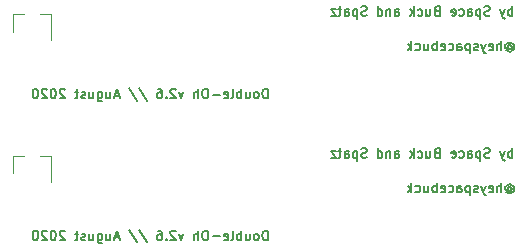
<source format=gbr>
G04 #@! TF.GenerationSoftware,KiCad,Pcbnew,(5.1.6)-1*
G04 #@! TF.CreationDate,2020-08-27T15:26:10+02:00*
G04 #@! TF.ProjectId,panelized,70616e65-6c69-47a6-9564-2e6b69636164,rev?*
G04 #@! TF.SameCoordinates,Original*
G04 #@! TF.FileFunction,Legend,Bot*
G04 #@! TF.FilePolarity,Positive*
%FSLAX46Y46*%
G04 Gerber Fmt 4.6, Leading zero omitted, Abs format (unit mm)*
G04 Created by KiCad (PCBNEW (5.1.6)-1) date 2020-08-27 15:26:10*
%MOMM*%
%LPD*%
G01*
G04 APERTURE LIST*
%ADD10C,0.150000*%
%ADD11C,0.120000*%
G04 APERTURE END LIST*
D10*
X123277857Y-120361904D02*
X123277857Y-119561904D01*
X123087380Y-119561904D01*
X122973095Y-119600000D01*
X122896904Y-119676190D01*
X122858809Y-119752380D01*
X122820714Y-119904761D01*
X122820714Y-120019047D01*
X122858809Y-120171428D01*
X122896904Y-120247619D01*
X122973095Y-120323809D01*
X123087380Y-120361904D01*
X123277857Y-120361904D01*
X122363571Y-120361904D02*
X122439761Y-120323809D01*
X122477857Y-120285714D01*
X122515952Y-120209523D01*
X122515952Y-119980952D01*
X122477857Y-119904761D01*
X122439761Y-119866666D01*
X122363571Y-119828571D01*
X122249285Y-119828571D01*
X122173095Y-119866666D01*
X122135000Y-119904761D01*
X122096904Y-119980952D01*
X122096904Y-120209523D01*
X122135000Y-120285714D01*
X122173095Y-120323809D01*
X122249285Y-120361904D01*
X122363571Y-120361904D01*
X121411190Y-119828571D02*
X121411190Y-120361904D01*
X121754047Y-119828571D02*
X121754047Y-120247619D01*
X121715952Y-120323809D01*
X121639761Y-120361904D01*
X121525476Y-120361904D01*
X121449285Y-120323809D01*
X121411190Y-120285714D01*
X121030238Y-120361904D02*
X121030238Y-119561904D01*
X121030238Y-119866666D02*
X120954047Y-119828571D01*
X120801666Y-119828571D01*
X120725476Y-119866666D01*
X120687380Y-119904761D01*
X120649285Y-119980952D01*
X120649285Y-120209523D01*
X120687380Y-120285714D01*
X120725476Y-120323809D01*
X120801666Y-120361904D01*
X120954047Y-120361904D01*
X121030238Y-120323809D01*
X120192142Y-120361904D02*
X120268333Y-120323809D01*
X120306428Y-120247619D01*
X120306428Y-119561904D01*
X119582619Y-120323809D02*
X119658809Y-120361904D01*
X119811190Y-120361904D01*
X119887380Y-120323809D01*
X119925476Y-120247619D01*
X119925476Y-119942857D01*
X119887380Y-119866666D01*
X119811190Y-119828571D01*
X119658809Y-119828571D01*
X119582619Y-119866666D01*
X119544523Y-119942857D01*
X119544523Y-120019047D01*
X119925476Y-120095238D01*
X119201666Y-120057142D02*
X118592142Y-120057142D01*
X118058809Y-119561904D02*
X117906428Y-119561904D01*
X117830238Y-119600000D01*
X117754047Y-119676190D01*
X117715952Y-119828571D01*
X117715952Y-120095238D01*
X117754047Y-120247619D01*
X117830238Y-120323809D01*
X117906428Y-120361904D01*
X118058809Y-120361904D01*
X118135000Y-120323809D01*
X118211190Y-120247619D01*
X118249285Y-120095238D01*
X118249285Y-119828571D01*
X118211190Y-119676190D01*
X118135000Y-119600000D01*
X118058809Y-119561904D01*
X117373095Y-120361904D02*
X117373095Y-119561904D01*
X117030238Y-120361904D02*
X117030238Y-119942857D01*
X117068333Y-119866666D01*
X117144523Y-119828571D01*
X117258809Y-119828571D01*
X117335000Y-119866666D01*
X117373095Y-119904761D01*
X116115952Y-119828571D02*
X115925476Y-120361904D01*
X115735000Y-119828571D01*
X115468333Y-119638095D02*
X115430238Y-119600000D01*
X115354047Y-119561904D01*
X115163571Y-119561904D01*
X115087380Y-119600000D01*
X115049285Y-119638095D01*
X115011190Y-119714285D01*
X115011190Y-119790476D01*
X115049285Y-119904761D01*
X115506428Y-120361904D01*
X115011190Y-120361904D01*
X114668333Y-120285714D02*
X114630238Y-120323809D01*
X114668333Y-120361904D01*
X114706428Y-120323809D01*
X114668333Y-120285714D01*
X114668333Y-120361904D01*
X113944523Y-119561904D02*
X114096904Y-119561904D01*
X114173095Y-119600000D01*
X114211190Y-119638095D01*
X114287380Y-119752380D01*
X114325476Y-119904761D01*
X114325476Y-120209523D01*
X114287380Y-120285714D01*
X114249285Y-120323809D01*
X114173095Y-120361904D01*
X114020714Y-120361904D01*
X113944523Y-120323809D01*
X113906428Y-120285714D01*
X113868333Y-120209523D01*
X113868333Y-120019047D01*
X113906428Y-119942857D01*
X113944523Y-119904761D01*
X114020714Y-119866666D01*
X114173095Y-119866666D01*
X114249285Y-119904761D01*
X114287380Y-119942857D01*
X114325476Y-120019047D01*
X112344523Y-119523809D02*
X113030238Y-120552380D01*
X111506428Y-119523809D02*
X112192142Y-120552380D01*
X110668333Y-120133333D02*
X110287380Y-120133333D01*
X110744523Y-120361904D02*
X110477857Y-119561904D01*
X110211190Y-120361904D01*
X109601666Y-119828571D02*
X109601666Y-120361904D01*
X109944523Y-119828571D02*
X109944523Y-120247619D01*
X109906428Y-120323809D01*
X109830238Y-120361904D01*
X109715952Y-120361904D01*
X109639761Y-120323809D01*
X109601666Y-120285714D01*
X108877857Y-119828571D02*
X108877857Y-120476190D01*
X108915952Y-120552380D01*
X108954047Y-120590476D01*
X109030238Y-120628571D01*
X109144523Y-120628571D01*
X109220714Y-120590476D01*
X108877857Y-120323809D02*
X108954047Y-120361904D01*
X109106428Y-120361904D01*
X109182619Y-120323809D01*
X109220714Y-120285714D01*
X109258809Y-120209523D01*
X109258809Y-119980952D01*
X109220714Y-119904761D01*
X109182619Y-119866666D01*
X109106428Y-119828571D01*
X108954047Y-119828571D01*
X108877857Y-119866666D01*
X108154047Y-119828571D02*
X108154047Y-120361904D01*
X108496904Y-119828571D02*
X108496904Y-120247619D01*
X108458809Y-120323809D01*
X108382619Y-120361904D01*
X108268333Y-120361904D01*
X108192142Y-120323809D01*
X108154047Y-120285714D01*
X107811190Y-120323809D02*
X107735000Y-120361904D01*
X107582619Y-120361904D01*
X107506428Y-120323809D01*
X107468333Y-120247619D01*
X107468333Y-120209523D01*
X107506428Y-120133333D01*
X107582619Y-120095238D01*
X107696904Y-120095238D01*
X107773095Y-120057142D01*
X107811190Y-119980952D01*
X107811190Y-119942857D01*
X107773095Y-119866666D01*
X107696904Y-119828571D01*
X107582619Y-119828571D01*
X107506428Y-119866666D01*
X107239761Y-119828571D02*
X106935000Y-119828571D01*
X107125476Y-119561904D02*
X107125476Y-120247619D01*
X107087380Y-120323809D01*
X107011190Y-120361904D01*
X106935000Y-120361904D01*
X106096904Y-119638095D02*
X106058809Y-119600000D01*
X105982619Y-119561904D01*
X105792142Y-119561904D01*
X105715952Y-119600000D01*
X105677857Y-119638095D01*
X105639761Y-119714285D01*
X105639761Y-119790476D01*
X105677857Y-119904761D01*
X106135000Y-120361904D01*
X105639761Y-120361904D01*
X105144523Y-119561904D02*
X105068333Y-119561904D01*
X104992142Y-119600000D01*
X104954047Y-119638095D01*
X104915952Y-119714285D01*
X104877857Y-119866666D01*
X104877857Y-120057142D01*
X104915952Y-120209523D01*
X104954047Y-120285714D01*
X104992142Y-120323809D01*
X105068333Y-120361904D01*
X105144523Y-120361904D01*
X105220714Y-120323809D01*
X105258809Y-120285714D01*
X105296904Y-120209523D01*
X105335000Y-120057142D01*
X105335000Y-119866666D01*
X105296904Y-119714285D01*
X105258809Y-119638095D01*
X105220714Y-119600000D01*
X105144523Y-119561904D01*
X104573095Y-119638095D02*
X104535000Y-119600000D01*
X104458809Y-119561904D01*
X104268333Y-119561904D01*
X104192142Y-119600000D01*
X104154047Y-119638095D01*
X104115952Y-119714285D01*
X104115952Y-119790476D01*
X104154047Y-119904761D01*
X104611190Y-120361904D01*
X104115952Y-120361904D01*
X103620714Y-119561904D02*
X103544523Y-119561904D01*
X103468333Y-119600000D01*
X103430238Y-119638095D01*
X103392142Y-119714285D01*
X103354047Y-119866666D01*
X103354047Y-120057142D01*
X103392142Y-120209523D01*
X103430238Y-120285714D01*
X103468333Y-120323809D01*
X103544523Y-120361904D01*
X103620714Y-120361904D01*
X103696904Y-120323809D01*
X103735000Y-120285714D01*
X103773095Y-120209523D01*
X103811190Y-120057142D01*
X103811190Y-119866666D01*
X103773095Y-119714285D01*
X103735000Y-119638095D01*
X103696904Y-119600000D01*
X103620714Y-119561904D01*
X143585904Y-115917952D02*
X143624000Y-115879857D01*
X143700190Y-115841761D01*
X143776380Y-115841761D01*
X143852571Y-115879857D01*
X143890666Y-115917952D01*
X143928761Y-115994142D01*
X143928761Y-116070333D01*
X143890666Y-116146523D01*
X143852571Y-116184619D01*
X143776380Y-116222714D01*
X143700190Y-116222714D01*
X143624000Y-116184619D01*
X143585904Y-116146523D01*
X143585904Y-115841761D02*
X143585904Y-116146523D01*
X143547809Y-116184619D01*
X143509714Y-116184619D01*
X143433523Y-116146523D01*
X143395428Y-116070333D01*
X143395428Y-115879857D01*
X143471619Y-115765571D01*
X143585904Y-115689380D01*
X143738285Y-115651285D01*
X143890666Y-115689380D01*
X144004952Y-115765571D01*
X144081142Y-115879857D01*
X144119238Y-116032238D01*
X144081142Y-116184619D01*
X144004952Y-116298904D01*
X143890666Y-116375095D01*
X143738285Y-116413190D01*
X143585904Y-116375095D01*
X143471619Y-116298904D01*
X143052571Y-116298904D02*
X143052571Y-115498904D01*
X142709714Y-116298904D02*
X142709714Y-115879857D01*
X142747809Y-115803666D01*
X142824000Y-115765571D01*
X142938285Y-115765571D01*
X143014476Y-115803666D01*
X143052571Y-115841761D01*
X142024000Y-116260809D02*
X142100190Y-116298904D01*
X142252571Y-116298904D01*
X142328761Y-116260809D01*
X142366857Y-116184619D01*
X142366857Y-115879857D01*
X142328761Y-115803666D01*
X142252571Y-115765571D01*
X142100190Y-115765571D01*
X142024000Y-115803666D01*
X141985904Y-115879857D01*
X141985904Y-115956047D01*
X142366857Y-116032238D01*
X141719238Y-115765571D02*
X141528761Y-116298904D01*
X141338285Y-115765571D02*
X141528761Y-116298904D01*
X141604952Y-116489380D01*
X141643047Y-116527476D01*
X141719238Y-116565571D01*
X141071619Y-116260809D02*
X140995428Y-116298904D01*
X140843047Y-116298904D01*
X140766857Y-116260809D01*
X140728761Y-116184619D01*
X140728761Y-116146523D01*
X140766857Y-116070333D01*
X140843047Y-116032238D01*
X140957333Y-116032238D01*
X141033523Y-115994142D01*
X141071619Y-115917952D01*
X141071619Y-115879857D01*
X141033523Y-115803666D01*
X140957333Y-115765571D01*
X140843047Y-115765571D01*
X140766857Y-115803666D01*
X140385904Y-115765571D02*
X140385904Y-116565571D01*
X140385904Y-115803666D02*
X140309714Y-115765571D01*
X140157333Y-115765571D01*
X140081142Y-115803666D01*
X140043047Y-115841761D01*
X140004952Y-115917952D01*
X140004952Y-116146523D01*
X140043047Y-116222714D01*
X140081142Y-116260809D01*
X140157333Y-116298904D01*
X140309714Y-116298904D01*
X140385904Y-116260809D01*
X139319238Y-116298904D02*
X139319238Y-115879857D01*
X139357333Y-115803666D01*
X139433523Y-115765571D01*
X139585904Y-115765571D01*
X139662095Y-115803666D01*
X139319238Y-116260809D02*
X139395428Y-116298904D01*
X139585904Y-116298904D01*
X139662095Y-116260809D01*
X139700190Y-116184619D01*
X139700190Y-116108428D01*
X139662095Y-116032238D01*
X139585904Y-115994142D01*
X139395428Y-115994142D01*
X139319238Y-115956047D01*
X138595428Y-116260809D02*
X138671619Y-116298904D01*
X138824000Y-116298904D01*
X138900190Y-116260809D01*
X138938285Y-116222714D01*
X138976380Y-116146523D01*
X138976380Y-115917952D01*
X138938285Y-115841761D01*
X138900190Y-115803666D01*
X138824000Y-115765571D01*
X138671619Y-115765571D01*
X138595428Y-115803666D01*
X137947809Y-116260809D02*
X138024000Y-116298904D01*
X138176380Y-116298904D01*
X138252571Y-116260809D01*
X138290666Y-116184619D01*
X138290666Y-115879857D01*
X138252571Y-115803666D01*
X138176380Y-115765571D01*
X138024000Y-115765571D01*
X137947809Y-115803666D01*
X137909714Y-115879857D01*
X137909714Y-115956047D01*
X138290666Y-116032238D01*
X137566857Y-116298904D02*
X137566857Y-115498904D01*
X137566857Y-115803666D02*
X137490666Y-115765571D01*
X137338285Y-115765571D01*
X137262095Y-115803666D01*
X137224000Y-115841761D01*
X137185904Y-115917952D01*
X137185904Y-116146523D01*
X137224000Y-116222714D01*
X137262095Y-116260809D01*
X137338285Y-116298904D01*
X137490666Y-116298904D01*
X137566857Y-116260809D01*
X136500190Y-115765571D02*
X136500190Y-116298904D01*
X136843047Y-115765571D02*
X136843047Y-116184619D01*
X136804952Y-116260809D01*
X136728761Y-116298904D01*
X136614476Y-116298904D01*
X136538285Y-116260809D01*
X136500190Y-116222714D01*
X135776380Y-116260809D02*
X135852571Y-116298904D01*
X136004952Y-116298904D01*
X136081142Y-116260809D01*
X136119238Y-116222714D01*
X136157333Y-116146523D01*
X136157333Y-115917952D01*
X136119238Y-115841761D01*
X136081142Y-115803666D01*
X136004952Y-115765571D01*
X135852571Y-115765571D01*
X135776380Y-115803666D01*
X135433523Y-116298904D02*
X135433523Y-115498904D01*
X135357333Y-115994142D02*
X135128761Y-116298904D01*
X135128761Y-115765571D02*
X135433523Y-116070333D01*
X143979142Y-113377904D02*
X143979142Y-112577904D01*
X143979142Y-112882666D02*
X143902952Y-112844571D01*
X143750571Y-112844571D01*
X143674380Y-112882666D01*
X143636285Y-112920761D01*
X143598190Y-112996952D01*
X143598190Y-113225523D01*
X143636285Y-113301714D01*
X143674380Y-113339809D01*
X143750571Y-113377904D01*
X143902952Y-113377904D01*
X143979142Y-113339809D01*
X143331523Y-112844571D02*
X143141047Y-113377904D01*
X142950571Y-112844571D02*
X143141047Y-113377904D01*
X143217238Y-113568380D01*
X143255333Y-113606476D01*
X143331523Y-113644571D01*
X142074380Y-113339809D02*
X141960095Y-113377904D01*
X141769619Y-113377904D01*
X141693428Y-113339809D01*
X141655333Y-113301714D01*
X141617238Y-113225523D01*
X141617238Y-113149333D01*
X141655333Y-113073142D01*
X141693428Y-113035047D01*
X141769619Y-112996952D01*
X141922000Y-112958857D01*
X141998190Y-112920761D01*
X142036285Y-112882666D01*
X142074380Y-112806476D01*
X142074380Y-112730285D01*
X142036285Y-112654095D01*
X141998190Y-112616000D01*
X141922000Y-112577904D01*
X141731523Y-112577904D01*
X141617238Y-112616000D01*
X141274380Y-112844571D02*
X141274380Y-113644571D01*
X141274380Y-112882666D02*
X141198190Y-112844571D01*
X141045809Y-112844571D01*
X140969619Y-112882666D01*
X140931523Y-112920761D01*
X140893428Y-112996952D01*
X140893428Y-113225523D01*
X140931523Y-113301714D01*
X140969619Y-113339809D01*
X141045809Y-113377904D01*
X141198190Y-113377904D01*
X141274380Y-113339809D01*
X140207714Y-113377904D02*
X140207714Y-112958857D01*
X140245809Y-112882666D01*
X140322000Y-112844571D01*
X140474380Y-112844571D01*
X140550571Y-112882666D01*
X140207714Y-113339809D02*
X140283904Y-113377904D01*
X140474380Y-113377904D01*
X140550571Y-113339809D01*
X140588666Y-113263619D01*
X140588666Y-113187428D01*
X140550571Y-113111238D01*
X140474380Y-113073142D01*
X140283904Y-113073142D01*
X140207714Y-113035047D01*
X139483904Y-113339809D02*
X139560095Y-113377904D01*
X139712476Y-113377904D01*
X139788666Y-113339809D01*
X139826761Y-113301714D01*
X139864857Y-113225523D01*
X139864857Y-112996952D01*
X139826761Y-112920761D01*
X139788666Y-112882666D01*
X139712476Y-112844571D01*
X139560095Y-112844571D01*
X139483904Y-112882666D01*
X138836285Y-113339809D02*
X138912476Y-113377904D01*
X139064857Y-113377904D01*
X139141047Y-113339809D01*
X139179142Y-113263619D01*
X139179142Y-112958857D01*
X139141047Y-112882666D01*
X139064857Y-112844571D01*
X138912476Y-112844571D01*
X138836285Y-112882666D01*
X138798190Y-112958857D01*
X138798190Y-113035047D01*
X139179142Y-113111238D01*
X137579142Y-112958857D02*
X137464857Y-112996952D01*
X137426761Y-113035047D01*
X137388666Y-113111238D01*
X137388666Y-113225523D01*
X137426761Y-113301714D01*
X137464857Y-113339809D01*
X137541047Y-113377904D01*
X137845809Y-113377904D01*
X137845809Y-112577904D01*
X137579142Y-112577904D01*
X137502952Y-112616000D01*
X137464857Y-112654095D01*
X137426761Y-112730285D01*
X137426761Y-112806476D01*
X137464857Y-112882666D01*
X137502952Y-112920761D01*
X137579142Y-112958857D01*
X137845809Y-112958857D01*
X136702952Y-112844571D02*
X136702952Y-113377904D01*
X137045809Y-112844571D02*
X137045809Y-113263619D01*
X137007714Y-113339809D01*
X136931523Y-113377904D01*
X136817238Y-113377904D01*
X136741047Y-113339809D01*
X136702952Y-113301714D01*
X135979142Y-113339809D02*
X136055333Y-113377904D01*
X136207714Y-113377904D01*
X136283904Y-113339809D01*
X136322000Y-113301714D01*
X136360095Y-113225523D01*
X136360095Y-112996952D01*
X136322000Y-112920761D01*
X136283904Y-112882666D01*
X136207714Y-112844571D01*
X136055333Y-112844571D01*
X135979142Y-112882666D01*
X135636285Y-113377904D02*
X135636285Y-112577904D01*
X135560095Y-113073142D02*
X135331523Y-113377904D01*
X135331523Y-112844571D02*
X135636285Y-113149333D01*
X134036285Y-113377904D02*
X134036285Y-112958857D01*
X134074380Y-112882666D01*
X134150571Y-112844571D01*
X134302952Y-112844571D01*
X134379142Y-112882666D01*
X134036285Y-113339809D02*
X134112476Y-113377904D01*
X134302952Y-113377904D01*
X134379142Y-113339809D01*
X134417238Y-113263619D01*
X134417238Y-113187428D01*
X134379142Y-113111238D01*
X134302952Y-113073142D01*
X134112476Y-113073142D01*
X134036285Y-113035047D01*
X133655333Y-112844571D02*
X133655333Y-113377904D01*
X133655333Y-112920761D02*
X133617238Y-112882666D01*
X133541047Y-112844571D01*
X133426761Y-112844571D01*
X133350571Y-112882666D01*
X133312476Y-112958857D01*
X133312476Y-113377904D01*
X132588666Y-113377904D02*
X132588666Y-112577904D01*
X132588666Y-113339809D02*
X132664857Y-113377904D01*
X132817238Y-113377904D01*
X132893428Y-113339809D01*
X132931523Y-113301714D01*
X132969619Y-113225523D01*
X132969619Y-112996952D01*
X132931523Y-112920761D01*
X132893428Y-112882666D01*
X132817238Y-112844571D01*
X132664857Y-112844571D01*
X132588666Y-112882666D01*
X131636285Y-113339809D02*
X131522000Y-113377904D01*
X131331523Y-113377904D01*
X131255333Y-113339809D01*
X131217238Y-113301714D01*
X131179142Y-113225523D01*
X131179142Y-113149333D01*
X131217238Y-113073142D01*
X131255333Y-113035047D01*
X131331523Y-112996952D01*
X131483904Y-112958857D01*
X131560095Y-112920761D01*
X131598190Y-112882666D01*
X131636285Y-112806476D01*
X131636285Y-112730285D01*
X131598190Y-112654095D01*
X131560095Y-112616000D01*
X131483904Y-112577904D01*
X131293428Y-112577904D01*
X131179142Y-112616000D01*
X130836285Y-112844571D02*
X130836285Y-113644571D01*
X130836285Y-112882666D02*
X130760095Y-112844571D01*
X130607714Y-112844571D01*
X130531523Y-112882666D01*
X130493428Y-112920761D01*
X130455333Y-112996952D01*
X130455333Y-113225523D01*
X130493428Y-113301714D01*
X130531523Y-113339809D01*
X130607714Y-113377904D01*
X130760095Y-113377904D01*
X130836285Y-113339809D01*
X129769619Y-113377904D02*
X129769619Y-112958857D01*
X129807714Y-112882666D01*
X129883904Y-112844571D01*
X130036285Y-112844571D01*
X130112476Y-112882666D01*
X129769619Y-113339809D02*
X129845809Y-113377904D01*
X130036285Y-113377904D01*
X130112476Y-113339809D01*
X130150571Y-113263619D01*
X130150571Y-113187428D01*
X130112476Y-113111238D01*
X130036285Y-113073142D01*
X129845809Y-113073142D01*
X129769619Y-113035047D01*
X129502952Y-112844571D02*
X129198190Y-112844571D01*
X129388666Y-112577904D02*
X129388666Y-113263619D01*
X129350571Y-113339809D01*
X129274380Y-113377904D01*
X129198190Y-113377904D01*
X129007714Y-112844571D02*
X128588666Y-112844571D01*
X129007714Y-113377904D01*
X128588666Y-113377904D01*
X123277857Y-108361904D02*
X123277857Y-107561904D01*
X123087380Y-107561904D01*
X122973095Y-107600000D01*
X122896904Y-107676190D01*
X122858809Y-107752380D01*
X122820714Y-107904761D01*
X122820714Y-108019047D01*
X122858809Y-108171428D01*
X122896904Y-108247619D01*
X122973095Y-108323809D01*
X123087380Y-108361904D01*
X123277857Y-108361904D01*
X122363571Y-108361904D02*
X122439761Y-108323809D01*
X122477857Y-108285714D01*
X122515952Y-108209523D01*
X122515952Y-107980952D01*
X122477857Y-107904761D01*
X122439761Y-107866666D01*
X122363571Y-107828571D01*
X122249285Y-107828571D01*
X122173095Y-107866666D01*
X122135000Y-107904761D01*
X122096904Y-107980952D01*
X122096904Y-108209523D01*
X122135000Y-108285714D01*
X122173095Y-108323809D01*
X122249285Y-108361904D01*
X122363571Y-108361904D01*
X121411190Y-107828571D02*
X121411190Y-108361904D01*
X121754047Y-107828571D02*
X121754047Y-108247619D01*
X121715952Y-108323809D01*
X121639761Y-108361904D01*
X121525476Y-108361904D01*
X121449285Y-108323809D01*
X121411190Y-108285714D01*
X121030238Y-108361904D02*
X121030238Y-107561904D01*
X121030238Y-107866666D02*
X120954047Y-107828571D01*
X120801666Y-107828571D01*
X120725476Y-107866666D01*
X120687380Y-107904761D01*
X120649285Y-107980952D01*
X120649285Y-108209523D01*
X120687380Y-108285714D01*
X120725476Y-108323809D01*
X120801666Y-108361904D01*
X120954047Y-108361904D01*
X121030238Y-108323809D01*
X120192142Y-108361904D02*
X120268333Y-108323809D01*
X120306428Y-108247619D01*
X120306428Y-107561904D01*
X119582619Y-108323809D02*
X119658809Y-108361904D01*
X119811190Y-108361904D01*
X119887380Y-108323809D01*
X119925476Y-108247619D01*
X119925476Y-107942857D01*
X119887380Y-107866666D01*
X119811190Y-107828571D01*
X119658809Y-107828571D01*
X119582619Y-107866666D01*
X119544523Y-107942857D01*
X119544523Y-108019047D01*
X119925476Y-108095238D01*
X119201666Y-108057142D02*
X118592142Y-108057142D01*
X118058809Y-107561904D02*
X117906428Y-107561904D01*
X117830238Y-107600000D01*
X117754047Y-107676190D01*
X117715952Y-107828571D01*
X117715952Y-108095238D01*
X117754047Y-108247619D01*
X117830238Y-108323809D01*
X117906428Y-108361904D01*
X118058809Y-108361904D01*
X118135000Y-108323809D01*
X118211190Y-108247619D01*
X118249285Y-108095238D01*
X118249285Y-107828571D01*
X118211190Y-107676190D01*
X118135000Y-107600000D01*
X118058809Y-107561904D01*
X117373095Y-108361904D02*
X117373095Y-107561904D01*
X117030238Y-108361904D02*
X117030238Y-107942857D01*
X117068333Y-107866666D01*
X117144523Y-107828571D01*
X117258809Y-107828571D01*
X117335000Y-107866666D01*
X117373095Y-107904761D01*
X116115952Y-107828571D02*
X115925476Y-108361904D01*
X115735000Y-107828571D01*
X115468333Y-107638095D02*
X115430238Y-107600000D01*
X115354047Y-107561904D01*
X115163571Y-107561904D01*
X115087380Y-107600000D01*
X115049285Y-107638095D01*
X115011190Y-107714285D01*
X115011190Y-107790476D01*
X115049285Y-107904761D01*
X115506428Y-108361904D01*
X115011190Y-108361904D01*
X114668333Y-108285714D02*
X114630238Y-108323809D01*
X114668333Y-108361904D01*
X114706428Y-108323809D01*
X114668333Y-108285714D01*
X114668333Y-108361904D01*
X113944523Y-107561904D02*
X114096904Y-107561904D01*
X114173095Y-107600000D01*
X114211190Y-107638095D01*
X114287380Y-107752380D01*
X114325476Y-107904761D01*
X114325476Y-108209523D01*
X114287380Y-108285714D01*
X114249285Y-108323809D01*
X114173095Y-108361904D01*
X114020714Y-108361904D01*
X113944523Y-108323809D01*
X113906428Y-108285714D01*
X113868333Y-108209523D01*
X113868333Y-108019047D01*
X113906428Y-107942857D01*
X113944523Y-107904761D01*
X114020714Y-107866666D01*
X114173095Y-107866666D01*
X114249285Y-107904761D01*
X114287380Y-107942857D01*
X114325476Y-108019047D01*
X112344523Y-107523809D02*
X113030238Y-108552380D01*
X111506428Y-107523809D02*
X112192142Y-108552380D01*
X110668333Y-108133333D02*
X110287380Y-108133333D01*
X110744523Y-108361904D02*
X110477857Y-107561904D01*
X110211190Y-108361904D01*
X109601666Y-107828571D02*
X109601666Y-108361904D01*
X109944523Y-107828571D02*
X109944523Y-108247619D01*
X109906428Y-108323809D01*
X109830238Y-108361904D01*
X109715952Y-108361904D01*
X109639761Y-108323809D01*
X109601666Y-108285714D01*
X108877857Y-107828571D02*
X108877857Y-108476190D01*
X108915952Y-108552380D01*
X108954047Y-108590476D01*
X109030238Y-108628571D01*
X109144523Y-108628571D01*
X109220714Y-108590476D01*
X108877857Y-108323809D02*
X108954047Y-108361904D01*
X109106428Y-108361904D01*
X109182619Y-108323809D01*
X109220714Y-108285714D01*
X109258809Y-108209523D01*
X109258809Y-107980952D01*
X109220714Y-107904761D01*
X109182619Y-107866666D01*
X109106428Y-107828571D01*
X108954047Y-107828571D01*
X108877857Y-107866666D01*
X108154047Y-107828571D02*
X108154047Y-108361904D01*
X108496904Y-107828571D02*
X108496904Y-108247619D01*
X108458809Y-108323809D01*
X108382619Y-108361904D01*
X108268333Y-108361904D01*
X108192142Y-108323809D01*
X108154047Y-108285714D01*
X107811190Y-108323809D02*
X107735000Y-108361904D01*
X107582619Y-108361904D01*
X107506428Y-108323809D01*
X107468333Y-108247619D01*
X107468333Y-108209523D01*
X107506428Y-108133333D01*
X107582619Y-108095238D01*
X107696904Y-108095238D01*
X107773095Y-108057142D01*
X107811190Y-107980952D01*
X107811190Y-107942857D01*
X107773095Y-107866666D01*
X107696904Y-107828571D01*
X107582619Y-107828571D01*
X107506428Y-107866666D01*
X107239761Y-107828571D02*
X106935000Y-107828571D01*
X107125476Y-107561904D02*
X107125476Y-108247619D01*
X107087380Y-108323809D01*
X107011190Y-108361904D01*
X106935000Y-108361904D01*
X106096904Y-107638095D02*
X106058809Y-107600000D01*
X105982619Y-107561904D01*
X105792142Y-107561904D01*
X105715952Y-107600000D01*
X105677857Y-107638095D01*
X105639761Y-107714285D01*
X105639761Y-107790476D01*
X105677857Y-107904761D01*
X106135000Y-108361904D01*
X105639761Y-108361904D01*
X105144523Y-107561904D02*
X105068333Y-107561904D01*
X104992142Y-107600000D01*
X104954047Y-107638095D01*
X104915952Y-107714285D01*
X104877857Y-107866666D01*
X104877857Y-108057142D01*
X104915952Y-108209523D01*
X104954047Y-108285714D01*
X104992142Y-108323809D01*
X105068333Y-108361904D01*
X105144523Y-108361904D01*
X105220714Y-108323809D01*
X105258809Y-108285714D01*
X105296904Y-108209523D01*
X105335000Y-108057142D01*
X105335000Y-107866666D01*
X105296904Y-107714285D01*
X105258809Y-107638095D01*
X105220714Y-107600000D01*
X105144523Y-107561904D01*
X104573095Y-107638095D02*
X104535000Y-107600000D01*
X104458809Y-107561904D01*
X104268333Y-107561904D01*
X104192142Y-107600000D01*
X104154047Y-107638095D01*
X104115952Y-107714285D01*
X104115952Y-107790476D01*
X104154047Y-107904761D01*
X104611190Y-108361904D01*
X104115952Y-108361904D01*
X103620714Y-107561904D02*
X103544523Y-107561904D01*
X103468333Y-107600000D01*
X103430238Y-107638095D01*
X103392142Y-107714285D01*
X103354047Y-107866666D01*
X103354047Y-108057142D01*
X103392142Y-108209523D01*
X103430238Y-108285714D01*
X103468333Y-108323809D01*
X103544523Y-108361904D01*
X103620714Y-108361904D01*
X103696904Y-108323809D01*
X103735000Y-108285714D01*
X103773095Y-108209523D01*
X103811190Y-108057142D01*
X103811190Y-107866666D01*
X103773095Y-107714285D01*
X103735000Y-107638095D01*
X103696904Y-107600000D01*
X103620714Y-107561904D01*
X143585904Y-103917952D02*
X143624000Y-103879857D01*
X143700190Y-103841761D01*
X143776380Y-103841761D01*
X143852571Y-103879857D01*
X143890666Y-103917952D01*
X143928761Y-103994142D01*
X143928761Y-104070333D01*
X143890666Y-104146523D01*
X143852571Y-104184619D01*
X143776380Y-104222714D01*
X143700190Y-104222714D01*
X143624000Y-104184619D01*
X143585904Y-104146523D01*
X143585904Y-103841761D02*
X143585904Y-104146523D01*
X143547809Y-104184619D01*
X143509714Y-104184619D01*
X143433523Y-104146523D01*
X143395428Y-104070333D01*
X143395428Y-103879857D01*
X143471619Y-103765571D01*
X143585904Y-103689380D01*
X143738285Y-103651285D01*
X143890666Y-103689380D01*
X144004952Y-103765571D01*
X144081142Y-103879857D01*
X144119238Y-104032238D01*
X144081142Y-104184619D01*
X144004952Y-104298904D01*
X143890666Y-104375095D01*
X143738285Y-104413190D01*
X143585904Y-104375095D01*
X143471619Y-104298904D01*
X143052571Y-104298904D02*
X143052571Y-103498904D01*
X142709714Y-104298904D02*
X142709714Y-103879857D01*
X142747809Y-103803666D01*
X142824000Y-103765571D01*
X142938285Y-103765571D01*
X143014476Y-103803666D01*
X143052571Y-103841761D01*
X142024000Y-104260809D02*
X142100190Y-104298904D01*
X142252571Y-104298904D01*
X142328761Y-104260809D01*
X142366857Y-104184619D01*
X142366857Y-103879857D01*
X142328761Y-103803666D01*
X142252571Y-103765571D01*
X142100190Y-103765571D01*
X142024000Y-103803666D01*
X141985904Y-103879857D01*
X141985904Y-103956047D01*
X142366857Y-104032238D01*
X141719238Y-103765571D02*
X141528761Y-104298904D01*
X141338285Y-103765571D02*
X141528761Y-104298904D01*
X141604952Y-104489380D01*
X141643047Y-104527476D01*
X141719238Y-104565571D01*
X141071619Y-104260809D02*
X140995428Y-104298904D01*
X140843047Y-104298904D01*
X140766857Y-104260809D01*
X140728761Y-104184619D01*
X140728761Y-104146523D01*
X140766857Y-104070333D01*
X140843047Y-104032238D01*
X140957333Y-104032238D01*
X141033523Y-103994142D01*
X141071619Y-103917952D01*
X141071619Y-103879857D01*
X141033523Y-103803666D01*
X140957333Y-103765571D01*
X140843047Y-103765571D01*
X140766857Y-103803666D01*
X140385904Y-103765571D02*
X140385904Y-104565571D01*
X140385904Y-103803666D02*
X140309714Y-103765571D01*
X140157333Y-103765571D01*
X140081142Y-103803666D01*
X140043047Y-103841761D01*
X140004952Y-103917952D01*
X140004952Y-104146523D01*
X140043047Y-104222714D01*
X140081142Y-104260809D01*
X140157333Y-104298904D01*
X140309714Y-104298904D01*
X140385904Y-104260809D01*
X139319238Y-104298904D02*
X139319238Y-103879857D01*
X139357333Y-103803666D01*
X139433523Y-103765571D01*
X139585904Y-103765571D01*
X139662095Y-103803666D01*
X139319238Y-104260809D02*
X139395428Y-104298904D01*
X139585904Y-104298904D01*
X139662095Y-104260809D01*
X139700190Y-104184619D01*
X139700190Y-104108428D01*
X139662095Y-104032238D01*
X139585904Y-103994142D01*
X139395428Y-103994142D01*
X139319238Y-103956047D01*
X138595428Y-104260809D02*
X138671619Y-104298904D01*
X138824000Y-104298904D01*
X138900190Y-104260809D01*
X138938285Y-104222714D01*
X138976380Y-104146523D01*
X138976380Y-103917952D01*
X138938285Y-103841761D01*
X138900190Y-103803666D01*
X138824000Y-103765571D01*
X138671619Y-103765571D01*
X138595428Y-103803666D01*
X137947809Y-104260809D02*
X138024000Y-104298904D01*
X138176380Y-104298904D01*
X138252571Y-104260809D01*
X138290666Y-104184619D01*
X138290666Y-103879857D01*
X138252571Y-103803666D01*
X138176380Y-103765571D01*
X138024000Y-103765571D01*
X137947809Y-103803666D01*
X137909714Y-103879857D01*
X137909714Y-103956047D01*
X138290666Y-104032238D01*
X137566857Y-104298904D02*
X137566857Y-103498904D01*
X137566857Y-103803666D02*
X137490666Y-103765571D01*
X137338285Y-103765571D01*
X137262095Y-103803666D01*
X137224000Y-103841761D01*
X137185904Y-103917952D01*
X137185904Y-104146523D01*
X137224000Y-104222714D01*
X137262095Y-104260809D01*
X137338285Y-104298904D01*
X137490666Y-104298904D01*
X137566857Y-104260809D01*
X136500190Y-103765571D02*
X136500190Y-104298904D01*
X136843047Y-103765571D02*
X136843047Y-104184619D01*
X136804952Y-104260809D01*
X136728761Y-104298904D01*
X136614476Y-104298904D01*
X136538285Y-104260809D01*
X136500190Y-104222714D01*
X135776380Y-104260809D02*
X135852571Y-104298904D01*
X136004952Y-104298904D01*
X136081142Y-104260809D01*
X136119238Y-104222714D01*
X136157333Y-104146523D01*
X136157333Y-103917952D01*
X136119238Y-103841761D01*
X136081142Y-103803666D01*
X136004952Y-103765571D01*
X135852571Y-103765571D01*
X135776380Y-103803666D01*
X135433523Y-104298904D02*
X135433523Y-103498904D01*
X135357333Y-103994142D02*
X135128761Y-104298904D01*
X135128761Y-103765571D02*
X135433523Y-104070333D01*
X143979142Y-101377904D02*
X143979142Y-100577904D01*
X143979142Y-100882666D02*
X143902952Y-100844571D01*
X143750571Y-100844571D01*
X143674380Y-100882666D01*
X143636285Y-100920761D01*
X143598190Y-100996952D01*
X143598190Y-101225523D01*
X143636285Y-101301714D01*
X143674380Y-101339809D01*
X143750571Y-101377904D01*
X143902952Y-101377904D01*
X143979142Y-101339809D01*
X143331523Y-100844571D02*
X143141047Y-101377904D01*
X142950571Y-100844571D02*
X143141047Y-101377904D01*
X143217238Y-101568380D01*
X143255333Y-101606476D01*
X143331523Y-101644571D01*
X142074380Y-101339809D02*
X141960095Y-101377904D01*
X141769619Y-101377904D01*
X141693428Y-101339809D01*
X141655333Y-101301714D01*
X141617238Y-101225523D01*
X141617238Y-101149333D01*
X141655333Y-101073142D01*
X141693428Y-101035047D01*
X141769619Y-100996952D01*
X141922000Y-100958857D01*
X141998190Y-100920761D01*
X142036285Y-100882666D01*
X142074380Y-100806476D01*
X142074380Y-100730285D01*
X142036285Y-100654095D01*
X141998190Y-100616000D01*
X141922000Y-100577904D01*
X141731523Y-100577904D01*
X141617238Y-100616000D01*
X141274380Y-100844571D02*
X141274380Y-101644571D01*
X141274380Y-100882666D02*
X141198190Y-100844571D01*
X141045809Y-100844571D01*
X140969619Y-100882666D01*
X140931523Y-100920761D01*
X140893428Y-100996952D01*
X140893428Y-101225523D01*
X140931523Y-101301714D01*
X140969619Y-101339809D01*
X141045809Y-101377904D01*
X141198190Y-101377904D01*
X141274380Y-101339809D01*
X140207714Y-101377904D02*
X140207714Y-100958857D01*
X140245809Y-100882666D01*
X140322000Y-100844571D01*
X140474380Y-100844571D01*
X140550571Y-100882666D01*
X140207714Y-101339809D02*
X140283904Y-101377904D01*
X140474380Y-101377904D01*
X140550571Y-101339809D01*
X140588666Y-101263619D01*
X140588666Y-101187428D01*
X140550571Y-101111238D01*
X140474380Y-101073142D01*
X140283904Y-101073142D01*
X140207714Y-101035047D01*
X139483904Y-101339809D02*
X139560095Y-101377904D01*
X139712476Y-101377904D01*
X139788666Y-101339809D01*
X139826761Y-101301714D01*
X139864857Y-101225523D01*
X139864857Y-100996952D01*
X139826761Y-100920761D01*
X139788666Y-100882666D01*
X139712476Y-100844571D01*
X139560095Y-100844571D01*
X139483904Y-100882666D01*
X138836285Y-101339809D02*
X138912476Y-101377904D01*
X139064857Y-101377904D01*
X139141047Y-101339809D01*
X139179142Y-101263619D01*
X139179142Y-100958857D01*
X139141047Y-100882666D01*
X139064857Y-100844571D01*
X138912476Y-100844571D01*
X138836285Y-100882666D01*
X138798190Y-100958857D01*
X138798190Y-101035047D01*
X139179142Y-101111238D01*
X137579142Y-100958857D02*
X137464857Y-100996952D01*
X137426761Y-101035047D01*
X137388666Y-101111238D01*
X137388666Y-101225523D01*
X137426761Y-101301714D01*
X137464857Y-101339809D01*
X137541047Y-101377904D01*
X137845809Y-101377904D01*
X137845809Y-100577904D01*
X137579142Y-100577904D01*
X137502952Y-100616000D01*
X137464857Y-100654095D01*
X137426761Y-100730285D01*
X137426761Y-100806476D01*
X137464857Y-100882666D01*
X137502952Y-100920761D01*
X137579142Y-100958857D01*
X137845809Y-100958857D01*
X136702952Y-100844571D02*
X136702952Y-101377904D01*
X137045809Y-100844571D02*
X137045809Y-101263619D01*
X137007714Y-101339809D01*
X136931523Y-101377904D01*
X136817238Y-101377904D01*
X136741047Y-101339809D01*
X136702952Y-101301714D01*
X135979142Y-101339809D02*
X136055333Y-101377904D01*
X136207714Y-101377904D01*
X136283904Y-101339809D01*
X136322000Y-101301714D01*
X136360095Y-101225523D01*
X136360095Y-100996952D01*
X136322000Y-100920761D01*
X136283904Y-100882666D01*
X136207714Y-100844571D01*
X136055333Y-100844571D01*
X135979142Y-100882666D01*
X135636285Y-101377904D02*
X135636285Y-100577904D01*
X135560095Y-101073142D02*
X135331523Y-101377904D01*
X135331523Y-100844571D02*
X135636285Y-101149333D01*
X134036285Y-101377904D02*
X134036285Y-100958857D01*
X134074380Y-100882666D01*
X134150571Y-100844571D01*
X134302952Y-100844571D01*
X134379142Y-100882666D01*
X134036285Y-101339809D02*
X134112476Y-101377904D01*
X134302952Y-101377904D01*
X134379142Y-101339809D01*
X134417238Y-101263619D01*
X134417238Y-101187428D01*
X134379142Y-101111238D01*
X134302952Y-101073142D01*
X134112476Y-101073142D01*
X134036285Y-101035047D01*
X133655333Y-100844571D02*
X133655333Y-101377904D01*
X133655333Y-100920761D02*
X133617238Y-100882666D01*
X133541047Y-100844571D01*
X133426761Y-100844571D01*
X133350571Y-100882666D01*
X133312476Y-100958857D01*
X133312476Y-101377904D01*
X132588666Y-101377904D02*
X132588666Y-100577904D01*
X132588666Y-101339809D02*
X132664857Y-101377904D01*
X132817238Y-101377904D01*
X132893428Y-101339809D01*
X132931523Y-101301714D01*
X132969619Y-101225523D01*
X132969619Y-100996952D01*
X132931523Y-100920761D01*
X132893428Y-100882666D01*
X132817238Y-100844571D01*
X132664857Y-100844571D01*
X132588666Y-100882666D01*
X131636285Y-101339809D02*
X131522000Y-101377904D01*
X131331523Y-101377904D01*
X131255333Y-101339809D01*
X131217238Y-101301714D01*
X131179142Y-101225523D01*
X131179142Y-101149333D01*
X131217238Y-101073142D01*
X131255333Y-101035047D01*
X131331523Y-100996952D01*
X131483904Y-100958857D01*
X131560095Y-100920761D01*
X131598190Y-100882666D01*
X131636285Y-100806476D01*
X131636285Y-100730285D01*
X131598190Y-100654095D01*
X131560095Y-100616000D01*
X131483904Y-100577904D01*
X131293428Y-100577904D01*
X131179142Y-100616000D01*
X130836285Y-100844571D02*
X130836285Y-101644571D01*
X130836285Y-100882666D02*
X130760095Y-100844571D01*
X130607714Y-100844571D01*
X130531523Y-100882666D01*
X130493428Y-100920761D01*
X130455333Y-100996952D01*
X130455333Y-101225523D01*
X130493428Y-101301714D01*
X130531523Y-101339809D01*
X130607714Y-101377904D01*
X130760095Y-101377904D01*
X130836285Y-101339809D01*
X129769619Y-101377904D02*
X129769619Y-100958857D01*
X129807714Y-100882666D01*
X129883904Y-100844571D01*
X130036285Y-100844571D01*
X130112476Y-100882666D01*
X129769619Y-101339809D02*
X129845809Y-101377904D01*
X130036285Y-101377904D01*
X130112476Y-101339809D01*
X130150571Y-101263619D01*
X130150571Y-101187428D01*
X130112476Y-101111238D01*
X130036285Y-101073142D01*
X129845809Y-101073142D01*
X129769619Y-101035047D01*
X129502952Y-100844571D02*
X129198190Y-100844571D01*
X129388666Y-100577904D02*
X129388666Y-101263619D01*
X129350571Y-101339809D01*
X129274380Y-101377904D01*
X129198190Y-101377904D01*
X129007714Y-100844571D02*
X128588666Y-100844571D01*
X129007714Y-101377904D01*
X128588666Y-101377904D01*
D11*
X101722000Y-113256000D02*
X101722000Y-114716000D01*
X104882000Y-113256000D02*
X104882000Y-115416000D01*
X104882000Y-113256000D02*
X103952000Y-113256000D01*
X101722000Y-113256000D02*
X102652000Y-113256000D01*
X101722000Y-101256000D02*
X101722000Y-102716000D01*
X104882000Y-101256000D02*
X104882000Y-103416000D01*
X104882000Y-101256000D02*
X103952000Y-101256000D01*
X101722000Y-101256000D02*
X102652000Y-101256000D01*
M02*

</source>
